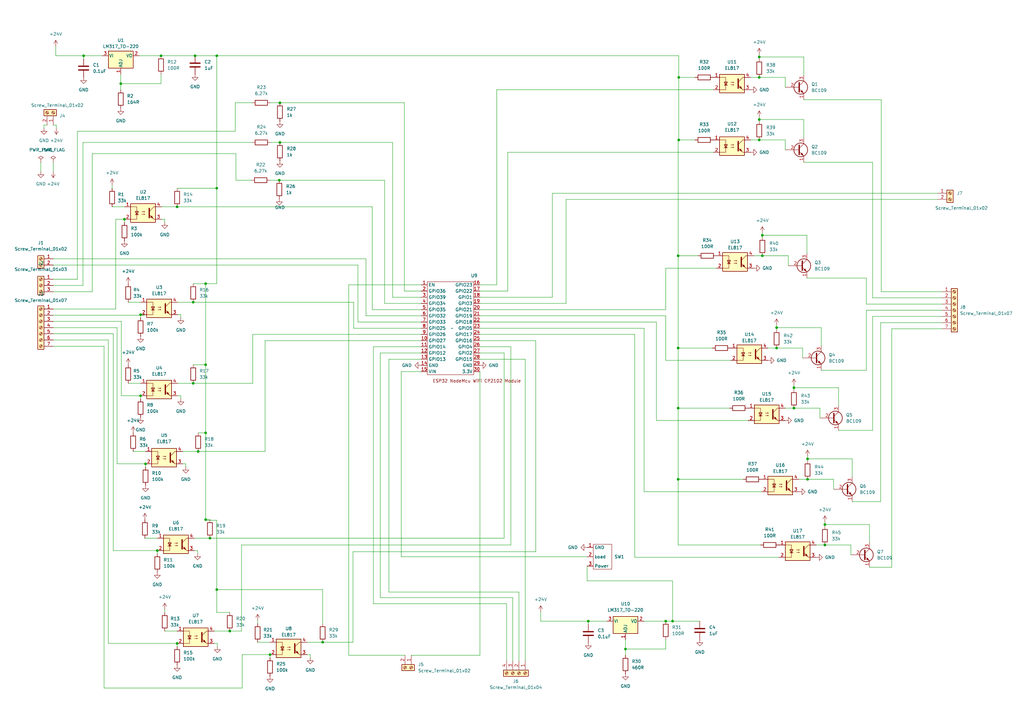
<source format=kicad_sch>
(kicad_sch (version 20231120) (generator "eeschema") (generator_version "8.0")
  (paper "A3")
  (title_block (title "MODULAR OPEN HARDWARE EDUCATIONAL CONTROLLER") (date "2023-06-28") (rev "V01") (company "Nova School Of Science and Technology") (comment 4 "Author: João Potier"))
  (junction (at 338.328 223.52))
  (junction (at 256.54 266.192))
  (junction (at 57.658 129.032))
  (junction (at 84.328 213.106))
  (junction (at 110.744 268.478))
  (junction (at 278.13 104.902))
  (junction (at 79.248 157.226))
  (junction (at 59.69 190.246))
  (junction (at 49.53 34.29))
  (junction (at 312.674 96.52))
  (junction (at 94.234 258.826))
  (junction (at 51.054 89.916))
  (junction (at 338.328 215.138))
  (junction (at 80.01 22.86))
  (junction (at 84.328 116.332))
  (junction (at 88.9 22.86))
  (junction (at 311.404 49.022))
  (junction (at 114.808 58.42))
  (junction (at 132.334 263.398))
  (junction (at 273.05 254.762))
  (junction (at 278.13 167.386))
  (junction (at 79.248 123.952))
  (junction (at 241.3 254.762))
  (junction (at 84.328 149.606))
  (junction (at 114.808 42.164))
  (junction (at 311.404 23.368))
  (junction (at 331.216 188.214))
  (junction (at 72.644 263.906))
  (junction (at 325.628 167.386))
  (junction (at 84.328 177.546))
  (junction (at 275.844 254.762))
  (junction (at 72.644 84.836))
  (junction (at 57.658 162.306))
  (junction (at 86.106 220.726))
  (junction (at 114.554 73.914))
  (junction (at 88.9 241.808))
  (junction (at 318.516 134.366))
  (junction (at 331.216 196.596))
  (junction (at 278.13 142.748))
  (junction (at 88.9 77.216))
  (junction (at 64.516 225.806))
  (junction (at 66.04 22.86))
  (junction (at 34.29 22.86))
  (junction (at 278.13 196.596))
  (junction (at 311.404 31.75))
  (junction (at 278.384 31.75))
  (junction (at 311.404 57.404))
  (junction (at 81.28 185.166))
  (junction (at 312.674 104.902))
  (junction (at 318.516 142.748))
  (junction (at 278.384 57.404))
  (junction (at 325.628 159.004))
  (wire (pts (xy 196.85 147.32) (xy 215.392 147.32)))
  (wire (pts (xy 143.002 116.84) (xy 172.72 116.84)))
  (wire (pts (xy 196.85 119.38) (xy 208.28 119.38)))
  (wire (pts (xy 72.898 129.032) (xy 74.168 129.032)))
  (wire (pts (xy 273.05 109.982) (xy 293.878 109.982)))
  (wire (pts (xy 153.162 142.24) (xy 153.162 247.65)))
  (wire (pts (xy 81.28 177.546) (xy 84.328 177.546)))
  (wire (pts (xy 361.442 119.634) (xy 386.334 119.634)))
  (wire (pts (xy 84.328 213.36) (xy 88.9 213.36)))
  (wire (pts (xy 264.16 134.62) (xy 196.85 134.62)))
  (wire (pts (xy 152.654 127) (xy 172.72 127)))
  (wire (pts (xy 108.712 139.7) (xy 108.712 185.166)))
  (wire (pts (xy 278.13 167.386) (xy 299.212 167.386)))
  (wire (pts (xy 72.644 265.176) (xy 72.644 263.906)))
  (wire (pts (xy 275.844 238.252) (xy 275.844 254.762)))
  (wire (pts (xy 203.708 36.83) (xy 292.608 36.83)))
  (wire (pts (xy 161.036 121.92) (xy 172.72 121.92)))
  (wire (pts (xy 348.996 223.52) (xy 348.996 227.584)))
  (wire (pts (xy 51.054 91.186) (xy 51.054 89.916)))
  (wire (pts (xy 21.844 51.308) (xy 23.114 51.308)))
  (wire (pts (xy 99.314 268.478) (xy 110.744 268.478)))
  (wire (pts (xy 21.844 126.746) (xy 47.498 126.746)))
  (wire (pts (xy 21.844 119.634) (xy 37.846 119.634)))
  (wire (pts (xy 67.564 89.916) (xy 67.564 91.186)))
  (wire (pts (xy 329.692 23.368) (xy 329.692 30.734)))
  (wire (pts (xy 307.848 31.75) (xy 311.404 31.75)))
  (wire (pts (xy 336.804 134.366) (xy 336.804 141.732)))
  (wire (pts (xy 338.328 215.138) (xy 338.328 215.9)))
  (wire (pts (xy 21.844 134.366) (xy 48.006 134.366)))
  (wire (pts (xy 325.628 159.004) (xy 343.916 159.004)))
  (wire (pts (xy 215.392 147.32) (xy 215.392 271.018)))
  (wire (pts (xy 145.034 123.952) (xy 145.034 134.62)))
  (wire (pts (xy 278.13 142.748) (xy 292.1 142.748)))
  (wire (pts (xy 52.578 157.226) (xy 57.658 157.226)))
  (wire (pts (xy 99.06 223.52) (xy 209.55 223.52)))
  (wire (pts (xy 86.106 220.726) (xy 206.756 220.726)))
  (wire (pts (xy 334.772 223.52) (xy 338.328 223.52)))
  (wire (pts (xy 311.404 49.022) (xy 329.692 49.022)))
  (wire (pts (xy 110.744 73.914) (xy 114.554 73.914)))
  (wire (pts (xy 307.848 57.404) (xy 311.404 57.404)))
  (wire (pts (xy 341.884 196.596) (xy 341.884 200.66)))
  (wire (pts (xy 21.844 131.826) (xy 49.784 131.826)))
  (wire (pts (xy 87.884 263.906) (xy 89.154 263.906)))
  (wire (pts (xy 278.13 223.52) (xy 278.13 196.596)))
  (wire (pts (xy 18.034 51.308) (xy 19.304 51.308)))
  (wire (pts (xy 312.674 104.902) (xy 323.342 104.902)))
  (wire (pts (xy 318.516 134.366) (xy 336.804 134.366)))
  (wire (pts (xy 155.956 245.11) (xy 210.312 245.11)))
  (wire (pts (xy 110.744 269.748) (xy 110.744 268.478)))
  (wire (pts (xy 72.898 157.226) (xy 79.248 157.226)))
  (wire (pts (xy 21.844 106.172) (xy 150.114 106.172)))
  (wire (pts (xy 240.792 228.346) (xy 164.592 228.346)))
  (wire (pts (xy 343.916 159.004) (xy 343.916 166.37)))
  (wire (pts (xy 23.114 51.308) (xy 23.114 52.578)))
  (wire (pts (xy 322.072 57.404) (xy 322.072 61.468)))
  (wire (pts (xy 88.9 241.808) (xy 132.334 241.808)))
  (wire (pts (xy 99.06 258.826) (xy 99.06 223.52)))
  (wire (pts (xy 18.034 52.578) (xy 18.034 51.308)))
  (wire (pts (xy 105.664 263.398) (xy 110.744 263.398)))
  (wire (pts (xy 31.75 53.848) (xy 96.52 53.848)))
  (wire (pts (xy 84.328 116.332) (xy 84.328 149.606)))
  (wire (pts (xy 88.9 22.86) (xy 88.9 77.216)))
  (wire (pts (xy 219.71 139.7) (xy 196.85 139.7)))
  (wire (pts (xy 125.984 268.478) (xy 127.254 268.478)))
  (wire (pts (xy 96.52 42.164) (xy 103.378 42.164)))
  (wire (pts (xy 88.9 213.36) (xy 88.9 241.808)))
  (wire (pts (xy 165.862 42.164) (xy 165.862 119.38)))
  (wire (pts (xy 196.85 132.08) (xy 269.24 132.08)))
  (wire (pts (xy 67.564 258.826) (xy 72.644 258.826)))
  (wire (pts (xy 278.13 57.404) (xy 278.13 104.902)))
  (wire (pts (xy 59.69 190.246) (xy 59.69 191.516)))
  (wire (pts (xy 54.61 185.166) (xy 59.69 185.166)))
  (wire (pts (xy 349.504 188.214) (xy 349.504 195.58)))
  (wire (pts (xy 206.756 220.726) (xy 206.756 144.78)))
  (wire (pts (xy 273.05 262.382) (xy 273.05 266.192)))
  (wire (pts (xy 84.328 177.546) (xy 84.328 213.106)))
  (wire (pts (xy 114.554 73.914) (xy 157.734 73.914)))
  (wire (pts (xy 143.002 268.732) (xy 166.116 268.732)))
  (wire (pts (xy 59.182 129.032) (xy 59.182 129.286)))
  (wire (pts (xy 240.792 238.252) (xy 240.792 232.156)))
  (wire (pts (xy 153.162 247.65) (xy 207.772 247.65)))
  (wire (pts (xy 264.16 254.762) (xy 273.05 254.762)))
  (wire (pts (xy 275.844 238.252) (xy 240.792 238.252)))
  (wire (pts (xy 48.006 190.246) (xy 59.69 190.246)))
  (wire (pts (xy 49.53 34.29) (xy 49.53 30.48)))
  (wire (pts (xy 145.034 134.62) (xy 172.72 134.62)))
  (wire (pts (xy 114.808 42.164) (xy 165.862 42.164)))
  (wire (pts (xy 74.168 162.306) (xy 74.168 163.576)))
  (wire (pts (xy 336.804 151.892) (xy 355.346 151.892)))
  (wire (pts (xy 330.962 114.046) (xy 355.346 114.046)))
  (wire (pts (xy 21.844 139.446) (xy 44.45 139.446)))
  (wire (pts (xy 269.24 132.08) (xy 269.24 172.466)))
  (wire (pts (xy 384.556 81.788) (xy 232.156 81.788)))
  (wire (pts (xy 311.404 48.006) (xy 311.404 49.022)))
  (wire (pts (xy 37.846 119.634) (xy 37.846 62.992)))
  (wire (pts (xy 76.2 190.246) (xy 76.2 191.516)))
  (wire (pts (xy 103.632 137.16) (xy 103.632 157.226)))
  (wire (pts (xy 143.002 268.732) (xy 143.002 116.84)))
  (wire (pts (xy 278.13 104.902) (xy 286.258 104.902)))
  (wire (pts (xy 260.35 137.16) (xy 260.35 228.6)))
  (wire (pts (xy 210.312 245.11) (xy 210.312 271.018)))
  (wire (pts (xy 338.328 214.122) (xy 338.328 215.138)))
  (wire (pts (xy 273.05 147.828) (xy 273.05 129.54)))
  (wire (pts (xy 42.672 282.194) (xy 99.314 282.194)))
  (wire (pts (xy 196.85 127) (xy 273.05 127)))
  (wire (pts (xy 172.72 144.78) (xy 155.956 144.78)))
  (wire (pts (xy 81.026 225.806) (xy 81.026 227.076)))
  (wire (pts (xy 34.036 117.094) (xy 21.844 117.094)))
  (wire (pts (xy 79.756 225.806) (xy 81.026 225.806)))
  (wire (pts (xy 212.852 242.824) (xy 159.512 242.824)))
  (wire (pts (xy 248.92 254.762) (xy 241.3 254.762)))
  (wire (pts (xy 365.76 232.664) (xy 365.76 134.874)))
  (wire (pts (xy 150.114 129.54) (xy 150.114 106.172)))
  (wire (pts (xy 256.54 266.192) (xy 256.54 262.382)))
  (wire (pts (xy 88.9 77.216) (xy 88.9 116.332)))
  (wire (pts (xy 196.85 137.16) (xy 260.35 137.16)))
  (wire (pts (xy 325.628 157.988) (xy 325.628 159.004)))
  (wire (pts (xy 318.516 134.366) (xy 318.516 135.128)))
  (wire (pts (xy 273.05 147.828) (xy 299.72 147.828)))
  (wire (pts (xy 84.328 213.106) (xy 84.328 213.36)))
  (wire (pts (xy 264.16 201.676) (xy 312.42 201.676)))
  (wire (pts (xy 57.15 22.86) (xy 66.04 22.86)))
  (wire (pts (xy 278.13 167.386) (xy 278.13 196.596)))
  (wire (pts (xy 94.234 258.826) (xy 99.06 258.826)))
  (wire (pts (xy 155.956 144.78) (xy 155.956 245.11)))
  (wire (pts (xy 46.482 225.806) (xy 64.516 225.806)))
  (wire (pts (xy 81.28 185.166) (xy 108.712 185.166)))
  (wire (pts (xy 325.628 167.386) (xy 336.296 167.386)))
  (wire (pts (xy 207.772 247.65) (xy 207.772 271.018)))
  (wire (pts (xy 74.93 190.246) (xy 76.2 190.246)))
  (wire (pts (xy 331.216 188.214) (xy 349.504 188.214)))
  (wire (pts (xy 208.28 62.484) (xy 292.608 62.484)))
  (wire (pts (xy 42.672 141.986) (xy 42.672 282.194)))
  (wire (pts (xy 72.644 84.836) (xy 152.654 84.836)))
  (wire (pts (xy 212.852 271.018) (xy 212.852 242.824)))
  (wire (pts (xy 44.45 263.906) (xy 72.644 263.906)))
  (wire (pts (xy 196.85 121.92) (xy 226.568 121.92)))
  (wire (pts (xy 49.784 131.826) (xy 49.784 162.306)))
  (wire (pts (xy 110.998 42.164) (xy 114.808 42.164)))
  (wire (pts (xy 16.764 66.548) (xy 16.764 70.358)))
  (wire (pts (xy 59.436 220.726) (xy 64.516 220.726)))
  (wire (pts (xy 278.13 142.748) (xy 278.13 167.386)))
  (wire (pts (xy 312.674 96.52) (xy 330.962 96.52)))
  (wire (pts (xy 31.75 114.554) (xy 31.75 53.848)))
  (wire (pts (xy 206.756 144.78) (xy 196.85 144.78)))
  (wire (pts (xy 64.516 227.076) (xy 64.516 225.806)))
  (wire (pts (xy 57.658 129.032) (xy 59.182 129.032)))
  (wire (pts (xy 331.216 187.198) (xy 331.216 188.214)))
  (wire (pts (xy 278.13 196.596) (xy 304.8 196.596)))
  (wire (pts (xy 311.404 49.022) (xy 311.404 49.784)))
  (wire (pts (xy 256.54 266.192) (xy 256.54 268.732)))
  (wire (pts (xy 331.216 196.596) (xy 341.884 196.596)))
  (wire (pts (xy 356.616 215.138) (xy 356.616 222.504)))
  (wire (pts (xy 114.808 58.42) (xy 161.036 58.42)))
  (wire (pts (xy 232.156 124.46) (xy 196.85 124.46)))
  (wire (pts (xy 323.342 104.902) (xy 323.342 108.966)))
  (wire (pts (xy 96.52 53.848) (xy 96.52 42.164)))
  (wire (pts (xy 146.812 108.712) (xy 146.812 132.08)))
  (wire (pts (xy 357.886 122.174) (xy 386.334 122.174)))
  (wire (pts (xy 226.568 79.248) (xy 384.556 79.248)))
  (wire (pts (xy 159.512 242.824) (xy 159.512 147.32)))
  (wire (pts (xy 74.93 185.166) (xy 81.28 185.166)))
  (wire (pts (xy 88.9 22.86) (xy 278.384 22.86)))
  (wire (pts (xy 355.346 151.892) (xy 355.346 127.254)))
  (wire (pts (xy 157.734 73.914) (xy 157.734 124.46)))
  (wire (pts (xy 88.9 241.808) (xy 88.9 251.206)))
  (wire (pts (xy 57.658 130.302) (xy 57.658 129.032)))
  (wire (pts (xy 67.564 249.936) (xy 67.564 251.206)))
  (wire (pts (xy 110.998 58.42) (xy 114.808 58.42)))
  (wire (pts (xy 311.912 223.52) (xy 278.13 223.52)))
  (wire (pts (xy 125.984 263.398) (xy 132.334 263.398)))
  (wire (pts (xy 203.708 36.83) (xy 203.708 116.84)))
  (wire (pts (xy 278.384 57.404) (xy 284.988 57.404)))
  (wire (pts (xy 45.974 84.836) (xy 51.054 84.836)))
  (wire (pts (xy 196.85 152.4) (xy 196.85 268.732)))
  (wire (pts (xy 318.516 133.35) (xy 318.516 134.366)))
  (wire (pts (xy 221.742 250.952) (xy 221.742 254.762)))
  (wire (pts (xy 46.482 136.906) (xy 46.482 225.806)))
  (wire (pts (xy 311.404 23.368) (xy 311.404 24.13)))
  (wire (pts (xy 311.404 57.404) (xy 322.072 57.404)))
  (wire (pts (xy 203.708 116.84) (xy 196.85 116.84)))
  (wire (pts (xy 127.254 268.478) (xy 127.254 269.748)))
  (wire (pts (xy 88.9 251.206) (xy 94.234 251.206)))
  (wire (pts (xy 356.616 232.664) (xy 365.76 232.664)))
  (wire (pts (xy 164.592 228.346) (xy 164.592 152.4)))
  (wire (pts (xy 79.756 220.726) (xy 86.106 220.726)))
  (wire (pts (xy 330.962 96.52) (xy 330.962 103.886)))
  (wire (pts (xy 355.346 124.714) (xy 386.334 124.714)))
  (wire (pts (xy 322.072 31.75) (xy 322.072 35.814)))
  (wire (pts (xy 164.592 152.4) (xy 172.72 152.4)))
  (wire (pts (xy 278.13 104.902) (xy 278.13 142.748)))
  (wire (pts (xy 37.846 62.992) (xy 96.774 62.992)))
  (wire (pts (xy 264.16 134.62) (xy 264.16 201.676)))
  (wire (pts (xy 336.296 167.386) (xy 336.296 171.45)))
  (wire (pts (xy 196.85 268.732) (xy 168.656 268.732)))
  (wire (pts (xy 49.784 162.306) (xy 57.658 162.306)))
  (wire (pts (xy 21.844 108.712) (xy 146.812 108.712)))
  (wire (pts (xy 226.568 121.92) (xy 226.568 79.248)))
  (wire (pts (xy 172.72 142.24) (xy 153.162 142.24)))
  (wire (pts (xy 314.96 142.748) (xy 318.516 142.748)))
  (wire (pts (xy 96.774 73.914) (xy 103.124 73.914)))
  (wire (pts (xy 57.658 163.576) (xy 57.658 162.306)))
  (wire (pts (xy 322.072 167.386) (xy 325.628 167.386)))
  (wire (pts (xy 159.512 147.32) (xy 172.72 147.32)))
  (wire (pts (xy 273.05 254.762) (xy 275.844 254.762)))
  (wire (pts (xy 278.384 22.86) (xy 278.384 31.75)))
  (wire (pts (xy 21.844 141.986) (xy 42.672 141.986)))
  (wire (pts (xy 144.78 226.314) (xy 219.71 226.314)))
  (wire (pts (xy 269.24 172.466) (xy 306.832 172.466)))
  (wire (pts (xy 312.674 96.52) (xy 312.674 97.282)))
  (wire (pts (xy 45.974 75.946) (xy 45.974 77.216)))
  (wire (pts (xy 52.578 123.952) (xy 57.658 123.952)))
  (wire (pts (xy 273.05 129.54) (xy 196.85 129.54)))
  (wire (pts (xy 74.168 129.032) (xy 74.168 130.302)))
  (wire (pts (xy 99.314 282.194) (xy 99.314 268.478)))
  (wire (pts (xy 21.844 136.906) (xy 46.482 136.906)))
  (wire (pts (xy 273.05 266.192) (xy 256.54 266.192)))
  (wire (pts (xy 361.188 132.334) (xy 386.334 132.334)))
  (wire (pts (xy 196.85 142.24) (xy 209.55 142.24)))
  (wire (pts (xy 41.91 22.86) (xy 34.29 22.86)))
  (wire (pts (xy 309.118 104.902) (xy 312.674 104.902)))
  (wire (pts (xy 357.886 176.53) (xy 343.916 176.53)))
  (wire (pts (xy 66.294 84.836) (xy 72.644 84.836)))
  (wire (pts (xy 103.632 137.16) (xy 172.72 137.16)))
  (wire (pts (xy 48.006 134.366) (xy 48.006 190.246)))
  (wire (pts (xy 34.29 22.86) (xy 34.29 24.13)))
  (wire (pts (xy 349.504 205.74) (xy 361.188 205.74)))
  (wire (pts (xy 327.66 196.596) (xy 331.216 196.596)))
  (wire (pts (xy 66.04 34.29) (xy 49.53 34.29)))
  (wire (pts (xy 161.036 58.42) (xy 161.036 121.92)))
  (wire (pts (xy 79.248 157.226) (xy 103.632 157.226)))
  (wire (pts (xy 357.886 66.548) (xy 357.886 122.174)))
  (wire (pts (xy 152.654 84.836) (xy 152.654 127)))
  (wire (pts (xy 22.86 19.05) (xy 22.86 22.86)))
  (wire (pts (xy 338.328 223.52) (xy 348.996 223.52)))
  (wire (pts (xy 157.734 124.46) (xy 172.72 124.46)))
  (wire (pts (xy 132.334 241.808) (xy 132.334 255.778)))
  (wire (pts (xy 260.35 228.6) (xy 319.532 228.6)))
  (wire (pts (xy 59.182 129.286) (xy 21.844 129.286)))
  (wire (pts (xy 365.76 134.874) (xy 386.334 134.874)))
  (wire (pts (xy 105.664 254.508) (xy 105.664 255.778)))
  (wire (pts (xy 278.384 31.75) (xy 284.988 31.75)))
  (wire (pts (xy 132.334 263.398) (xy 144.78 263.398)))
  (wire (pts (xy 79.248 123.952) (xy 145.034 123.952)))
  (wire (pts (xy 44.45 263.906) (xy 44.45 139.446)))
  (wire (pts (xy 96.774 62.992) (xy 96.774 73.914)))
  (wire (pts (xy 273.05 127) (xy 273.05 109.982)))
  (wire (pts (xy 241.3 254.762) (xy 241.3 256.032)))
  (wire (pts (xy 84.328 149.606) (xy 84.328 177.546)))
  (wire (pts (xy 21.844 66.548) (xy 21.844 70.358)))
  (wire (pts (xy 318.516 142.748) (xy 329.184 142.748)))
  (wire (pts (xy 355.346 114.046) (xy 355.346 124.714)))
  (wire (pts (xy 89.154 263.906) (xy 89.154 265.176)))
  (wire (pts (xy 208.28 119.38) (xy 208.28 62.484)))
  (wire (pts (xy 66.04 30.48) (xy 66.04 34.29)))
  (wire (pts (xy 79.248 116.332) (xy 84.328 116.332)))
  (wire (pts (xy 86.106 213.106) (xy 84.328 213.106)))
  (wire (pts (xy 22.86 22.86) (xy 34.29 22.86)))
  (wire (pts (xy 144.78 263.398) (xy 144.78 226.314)))
  (wire (pts (xy 338.328 215.138) (xy 356.616 215.138)))
  (wire (pts (xy 219.71 226.314) (xy 219.71 139.7)))
  (wire (pts (xy 165.862 119.38) (xy 172.72 119.38)))
  (wire (pts (xy 311.404 31.75) (xy 322.072 31.75)))
  (wire (pts (xy 361.442 40.894) (xy 361.442 119.634)))
  (wire (pts (xy 221.742 254.762) (xy 241.3 254.762)))
  (wire (pts (xy 66.294 89.916) (xy 67.564 89.916)))
  (wire (pts (xy 47.498 89.916) (xy 47.498 126.746)))
  (wire (pts (xy 357.886 129.794) (xy 357.886 176.53)))
  (wire (pts (xy 355.346 127.254) (xy 386.334 127.254)))
  (wire (pts (xy 72.898 123.952) (xy 79.248 123.952)))
  (wire (pts (xy 329.692 49.022) (xy 329.692 56.388)))
  (wire (pts (xy 331.216 188.214) (xy 331.216 188.976)))
  (wire (pts (xy 325.628 159.004) (xy 325.628 159.766)))
  (wire (pts (xy 34.036 58.42) (xy 34.036 117.094)))
  (wire (pts (xy 49.53 34.29) (xy 49.53 36.83)))
  (wire (pts (xy 357.886 129.794) (xy 386.334 129.794)))
  (wire (pts (xy 108.712 139.7) (xy 172.72 139.7)))
  (wire (pts (xy 72.898 162.306) (xy 74.168 162.306)))
  (wire (pts (xy 146.812 132.08) (xy 172.72 132.08)))
  (wire (pts (xy 311.404 23.368) (xy 329.692 23.368)))
  (wire (pts (xy 278.13 57.404) (xy 278.384 57.404)))
  (wire (pts (xy 103.378 58.42) (xy 34.036 58.42)))
  (wire (pts (xy 278.384 31.75) (xy 278.384 57.404)))
  (wire (pts (xy 150.114 129.54) (xy 172.72 129.54)))
  (wire (pts (xy 47.498 89.916) (xy 51.054 89.916)))
  (wire (pts (xy 329.692 40.894) (xy 361.442 40.894)))
  (wire (pts (xy 311.404 22.352) (xy 311.404 23.368)))
  (wire (pts (xy 312.674 95.504) (xy 312.674 96.52)))
  (wire (pts (xy 329.692 66.548) (xy 357.886 66.548)))
  (wire (pts (xy 66.04 22.86) (xy 80.01 22.86)))
  (wire (pts (xy 87.884 258.826) (xy 94.234 258.826)))
  (wire (pts (xy 275.844 254.762) (xy 287.02 254.762)))
  (wire (pts (xy 88.9 22.86) (xy 80.01 22.86)))
  (wire (pts (xy 72.644 77.216) (xy 88.9 77.216)))
  (wire (pts (xy 21.844 114.554) (xy 31.75 114.554)))
  (wire (pts (xy 329.184 142.748) (xy 329.184 146.812)))
  (wire (pts (xy 232.156 81.788) (xy 232.156 124.46)))
  (wire (pts (xy 79.248 149.606) (xy 84.328 149.606)))
  (wire (pts (xy 84.328 116.332) (xy 88.9 116.332)))
  (wire (pts (xy 361.188 205.74) (xy 361.188 132.334)))
  (wire (pts (xy 209.55 142.24) (xy 209.55 223.52)))
  (symbol (lib_id "power:GND") (at 256.54 276.352 0) (unit 1)
    (property "Reference" "#PWR037" (effects (hide yes)))
    (property "Value" "GND" (at 256.54 281.432 0))
  )
  (symbol (lib_id "Device:R") (at 114.808 45.974 180) (unit 1)
    (property "Reference" "R27" (at 117.5521 44.704 0) (effects (justify right)))
    (property "Value" "1k" (at 117.5521 47.244 0) (effects (justify right)))
    (property "Footprint" "Resistor_THT:R_Axial_DIN0207_L6.3mm_D2.5mm_P10.16mm_Horizontal" (effects (hide yes)))
  )
  (symbol (lib_id "Device:R") (at 315.722 223.52 90) (unit 1)
    (property "Reference" "R41" (at 315.722 217.17 90))
    (property "Value" "100R" (at 315.722 219.71 90))
    (property "Footprint" "Resistor_THT:R_Axial_DIN0207_L6.3mm_D2.5mm_P10.16mm_Horizontal" (effects (hide yes)))
  )
  (symbol (lib_id "power:GND") (at 322.072 172.466 90) (unit 1)
    (property "Reference" "#PWR047" (effects (hide yes)))
    (property "Value" "GND" (at 325.628 172.466 90) (effects (justify right)))
  )
  (symbol (lib_id "Device:R") (at 132.334 259.588 0) (unit 1)
    (property "Reference" "R29" (at 134.874 258.318 0) (effects (justify left)))
    (property "Value" "33k" (at 134.874 260.858 0) (effects (justify left)))
    (property "Footprint" "Resistor_THT:R_Axial_DIN0207_L6.3mm_D2.5mm_P10.16mm_Horizontal" (effects (hide yes)))
  )
  (symbol (lib_id "Device:R") (at 57.658 167.386 0) (unit 1)
    (property "Reference" "R8" (at 60.198 166.116 0) (effects (justify left)))
    (property "Value" "100k" (at 60.198 168.656 0) (effects (justify left)))
    (property "Footprint" "Resistor_THT:R_Axial_DIN0207_L6.3mm_D2.5mm_P10.16mm_Horizontal" (effects (hide yes)))
  )
  (symbol (lib_id "Device:R") (at 295.91 142.748 90) (unit 1)
    (property "Reference" "R35" (at 295.91 136.398 90))
    (property "Value" "100R" (at 295.91 138.938 90))
    (property "Footprint" "Resistor_THT:R_Axial_DIN0207_L6.3mm_D2.5mm_P10.16mm_Horizontal" (effects (hide yes)))
  )
  (symbol (lib_id "Device:R") (at 67.564 255.016 0) (unit 1)
    (property "Reference" "R13" (at 69.85 253.7459 0) (effects (justify left)))
    (property "Value" "33k" (at 69.85 256.2859 0) (effects (justify left)))
    (property "Footprint" "Resistor_THT:R_Axial_DIN0207_L6.3mm_D2.5mm_P10.16mm_Horizontal" (effects (hide yes)))
  )
  (symbol (lib_id "Device:R") (at 49.53 40.64 0) (unit 1)
    (property "Reference" "R2" (at 52.07 39.37 0) (effects (justify left)))
    (property "Value" "164R" (at 52.07 41.91 0) (effects (justify left)))
    (property "Footprint" "Resistor_THT:R_Axial_DIN0207_L6.3mm_D2.5mm_P10.16mm_Horizontal" (effects (hide yes)))
  )
  (symbol (lib_id "power:GND") (at 59.69 199.136 0) (unit 1)
    (property "Reference" "#PWR016" (effects (hide yes)))
    (property "Value" "GND" (at 59.69 204.216 0))
  )
  (symbol (lib_id "power:+24V") (at 23.114 52.578 180) (unit 1)
    (property "Reference" "#PWR05" (effects (hide yes)))
    (property "Value" "+24V" (at 23.114 57.658 0))
  )
  (symbol (lib_id "power:GND") (at 241.3 263.652 0) (unit 1)
    (property "Reference" "#PWR036" (effects (hide yes)))
    (property "Value" "GND" (at 241.3 268.732 0))
  )
  (symbol (lib_id "Device:R") (at 72.644 81.026 0) (unit 1)
    (property "Reference" "R14" (at 75.184 79.756 0) (effects (justify left)))
    (property "Value" "33k" (at 75.184 82.296 0) (effects (justify left)))
    (property "Footprint" "Resistor_THT:R_Axial_DIN0207_L6.3mm_D2.5mm_P10.16mm_Horizontal" (effects (hide yes)))
  )
  (symbol (lib_id "Isolator:EL817") (at 300.228 34.29 0) (unit 1)
    (property "Reference" "U11" (at 300.228 25.4 0))
    (property "Value" "EL817" (at 300.228 27.94 0))
    (property "Footprint" "Package_DIP:DIP-4_W7.62mm" (effects (hide yes)))
    (property "Datasheet" "http://www.everlight.com/file/ProductFile/EL817.pdf" (effects (hide yes)))
  )
  (symbol (lib_id "power:GND") (at 81.026 227.076 0) (unit 1)
    (property "Reference" "#PWR025" (effects (hide yes)))
    (property "Value" "GND" (at 81.026 232.156 0))
  )
  (symbol (lib_id "power:GND") (at 127.254 269.748 0) (unit 1)
    (property "Reference" "#PWR032" (effects (hide yes)))
    (property "Value" "GND" (at 127.254 274.828 0))
  )
  (symbol (lib_id "Device:R") (at 51.054 94.996 0) (unit 1)
    (property "Reference" "R3" (at 53.594 93.726 0) (effects (justify left)))
    (property "Value" "100k" (at 53.594 96.266 0) (effects (justify left)))
    (property "Footprint" "Resistor_THT:R_Axial_DIN0207_L6.3mm_D2.5mm_P10.16mm_Horizontal" (effects (hide yes)))
  )
  (symbol (lib_id "power:GND") (at 309.118 109.982 90) (unit 1)
    (property "Reference" "#PWR041" (effects (hide yes)))
    (property "Value" "GND" (at 312.674 109.982 90) (effects (justify right)))
  )
  (symbol (lib_id "Device:R") (at 79.248 153.416 0) (unit 1)
    (property "Reference" "R17" (at 81.788 152.146 0) (effects (justify left)))
    (property "Value" "33k" (at 81.788 154.686 0) (effects (justify left)))
    (property "Footprint" "Resistor_THT:R_Axial_DIN0207_L6.3mm_D2.5mm_P10.16mm_Horizontal" (effects (hide yes)))
  )
  (symbol (lib_id "power:PWR_FLAG") (at 21.844 66.548 0) (unit 1)
    (property "Reference" "#FLG02" (effects (hide yes)))
    (property "Value" "PWR_FLAG" (at 21.844 61.468 0))
  )
  (symbol (lib_id "Device:R") (at 45.974 81.026 0) (unit 1)
    (property "Reference" "R1" (at 48.26 79.7559 0) (effects (justify left)))
    (property "Value" "33k" (at 48.26 82.2959 0) (effects (justify left)))
    (property "Footprint" "Resistor_THT:R_Axial_DIN0207_L6.3mm_D2.5mm_P10.16mm_Horizontal" (effects (hide yes)))
  )
  (symbol (lib_id "Isolator:EL817") (at 65.278 159.766 0) (unit 1)
    (property "Reference" "U4" (at 65.278 150.876 0))
    (property "Value" "EL817" (at 65.278 153.416 0))
    (property "Footprint" "Package_DIP:DIP-4_W7.62mm" (effects (hide yes)))
    (property "Datasheet" "http://www.everlight.com/file/ProductFile/EL817.pdf" (effects (hide yes)))
  )
  (symbol (lib_id "Transistor_BJT:BC109") (at 341.376 171.45 0) (unit 1)
    (property "Reference" "Q5" (at 346.964 170.18 0) (effects (justify left)))
    (property "Value" "BC109" (at 346.964 172.72 0) (effects (justify left)))
    (property "Footprint" "Package_TO_SOT_THT:TO-18-3" (effects (hide yes)))
    (property "Datasheet" "http://www.farnell.com/datasheets/296634.pdf" (effects (hide yes)))
  )
  (symbol (lib_id "Device:R") (at 312.674 101.092 180) (unit 1)
    (property "Reference" "R40" (at 315.468 99.822 0) (effects (justify right)))
    (property "Value" "33k" (at 315.468 102.362 0) (effects (justify right)))
    (property "Footprint" "Resistor_THT:R_Axial_DIN0207_L6.3mm_D2.5mm_P10.16mm_Horizontal" (effects (hide yes)))
  )
  (symbol (lib_id "power:+24V") (at 331.216 187.198 0) (unit 1)
    (property "Reference" "#PWR050" (effects (hide yes)))
    (property "Value" "+24V" (at 331.216 182.118 0))
  )
  (symbol (lib_id "Device:C") (at 287.02 258.572 0) (unit 1)
    (property "Reference" "C4" (at 290.83 257.302 0) (effects (justify left)))
    (property "Value" "1uF" (at 290.83 259.842 0) (effects (justify left)))
    (property "Footprint" "Capacitor_THT:CP_Radial_D5.0mm_P2.00mm" (effects (hide yes)))
  )
  (symbol (lib_id "Device:R") (at 288.798 57.404 90) (unit 1)
    (property "Reference" "R33" (at 288.798 51.054 90))
    (property "Value" "100R" (at 288.798 53.594 90))
    (property "Footprint" "Resistor_THT:R_Axial_DIN0207_L6.3mm_D2.5mm_P10.16mm_Horizontal" (effects (hide yes)))
  )
  (symbol (lib_id "power:+24V") (at 312.674 95.504 0) (unit 1)
    (property "Reference" "#PWR044" (effects (hide yes)))
    (property "Value" "+24V" (at 312.674 90.424 0))
  )
  (symbol (lib_id "Device:C") (at 241.3 259.842 0) (unit 1)
    (property "Reference" "C3" (at 245.11 258.572 0) (effects (justify left)))
    (property "Value" "0.1uF" (at 245.11 261.112 0) (effects (justify left)))
    (property "Footprint" "Capacitor_THT:CP_Radial_D5.0mm_P2.00mm" (effects (hide yes)))
  )
  (symbol (lib_id "New_Library:ESP32") (at 185.42 134.62 0) (unit 1)
    (property "Reference" "U9" (at 194.4817 113.03 0))
    (property "Value" "~" (at 185.42 134.62 0))
    (property "Footprint" "ESP32:ESP32-JOYIT" (effects (hide yes)))
  )
  (symbol (lib_id "Isolator:EL817") (at 307.34 145.288 0) (unit 1)
    (property "Reference" "U14" (at 307.34 137.16 0))
    (property "Value" "EL817" (at 307.34 139.7 0))
    (property "Footprint" "Package_DIP:DIP-4_W7.62mm" (effects (hide yes)))
    (property "Datasheet" "http://www.everlight.com/file/ProductFile/EL817.pdf" (effects (hide yes)))
  )
  (symbol (lib_id "Device:R") (at 107.188 42.164 90) (unit 1)
    (property "Reference" "R23" (at 107.188 35.814 90))
    (property "Value" "6,27k" (at 107.188 38.354 90))
    (property "Footprint" "Resistor_THT:R_Axial_DIN0207_L6.3mm_D2.5mm_P10.16mm_Horizontal" (effects (hide yes)))
  )
  (symbol (lib_id "Connector:Screw_Terminal_01x02") (at 389.636 79.248 0) (unit 1)
    (property "Reference" "J7" (at 392.43 79.248 0) (effects (justify left)))
    (property "Value" "Screw_Terminal_01x02" (at 383.54 85.344 0) (effects (justify left)))
    (property "Footprint" "TerminalBlock_Phoenix:TerminalBlock_Phoenix_MPT-0,5-2-2.54_1x02_P2.54mm_Horizontal" (effects (hide yes)))
  )
  (symbol (lib_id "Isolator:EL817") (at 118.364 265.938 0) (unit 1)
    (property "Reference" "U8" (at 118.364 257.81 0))
    (property "Value" "EL817" (at 118.364 260.35 0))
    (property "Footprint" "Package_DIP:DIP-4_W7.62mm" (effects (hide yes)))
    (property "Datasheet" "http://www.everlight.com/file/ProductFile/EL817.pdf" (effects (hide yes)))
  )
  (symbol (lib_id "power:GND") (at 57.658 171.196 0) (unit 1)
    (property "Reference" "#PWR014" (effects (hide yes)))
    (property "Value" "GND" (at 57.658 176.276 0))
  )
  (symbol (lib_id "Device:R") (at 54.61 181.356 0) (unit 1)
    (property "Reference" "R6" (at 57.15 180.0859 0) (effects (justify left)))
    (property "Value" "33k" (at 57.15 182.6259 0) (effects (justify left)))
    (property "Footprint" "Resistor_THT:R_Axial_DIN0207_L6.3mm_D2.5mm_P10.16mm_Horizontal" (effects (hide yes)))
  )
  (symbol (lib_id "power:GND") (at 114.554 81.534 0) (unit 1)
    (property "Reference" "#PWR029" (effects (hide yes)))
    (property "Value" "GND" (at 114.808 85.09 0))
  )
  (symbol (lib_id "power:GND") (at 64.516 234.696 0) (unit 1)
    (property "Reference" "#PWR017" (effects (hide yes)))
    (property "Value" "GND" (at 64.516 239.776 0))
  )
  (symbol (lib_id "Device:R") (at 114.554 77.724 180) (unit 1)
    (property "Reference" "R26" (at 117.2981 76.454 0) (effects (justify right)))
    (property "Value" "1k" (at 117.2981 78.994 0) (effects (justify right)))
    (property "Footprint" "Resistor_THT:R_Axial_DIN0207_L6.3mm_D2.5mm_P10.16mm_Horizontal" (effects (hide yes)))
  )
  (symbol (lib_id "Device:R") (at 311.404 27.94 180) (unit 1)
    (property "Reference" "R38" (at 314.198 26.67 0) (effects (justify right)))
    (property "Value" "33k" (at 314.198 29.21 0) (effects (justify right)))
    (property "Footprint" "Resistor_THT:R_Axial_DIN0207_L6.3mm_D2.5mm_P10.16mm_Horizontal" (effects (hide yes)))
  )
  (symbol (lib_id "Connector:Screw_Terminal_01x07") (at 16.764 134.366 0) (mirror y) (unit 1)
    (property "Reference" "J3" (at 16.764 120.65 0))
    (property "Value" "Screw_Terminal_01x07" (at 16.764 123.19 0))
    (property "Footprint" "TerminalBlock_Phoenix:TerminalBlock_Phoenix_MPT-0,5-7-2.54_1x07_P2.54mm_Horizontal" (effects (hide yes)))
  )
  (symbol (lib_id "Transistor_BJT:BC109") (at 346.964 200.66 0) (unit 1)
    (property "Reference" "Q6" (at 352.552 199.39 0) (effects (justify left)))
    (property "Value" "BC109" (at 352.552 201.93 0) (effects (justify left)))
    (property "Footprint" "Package_TO_SOT_THT:TO-18-3" (effects (hide yes)))
    (property "Datasheet" "http://www.farnell.com/datasheets/296634.pdf" (effects (hide yes)))
  )
  (symbol (lib_id "Device:R") (at 52.578 153.416 0) (unit 1)
    (property "Reference" "R5" (at 54.61 152.1459 0) (effects (justify left)))
    (property "Value" "33k" (at 54.61 154.6859 0) (effects (justify left)))
    (property "Footprint" "Resistor_THT:R_Axial_DIN0207_L6.3mm_D2.5mm_P10.16mm_Horizontal" (effects (hide yes)))
  )
  (symbol (lib_id "Isolator:EL817") (at 314.452 169.926 0) (unit 1)
    (property "Reference" "U15" (at 314.452 161.544 0))
    (property "Value" "EL817" (at 314.452 164.084 0))
    (property "Footprint" "Package_DIP:DIP-4_W7.62mm" (effects (hide yes)))
    (property "Datasheet" "http://www.everlight.com/file/ProductFile/EL817.pdf" (effects (hide yes)))
  )
  (symbol (lib_id "Transistor_BJT:BC109") (at 327.152 61.468 0) (unit 1)
    (property "Reference" "Q2" (at 332.74 60.198 0) (effects (justify left)))
    (property "Value" "BC109" (at 332.74 62.738 0) (effects (justify left)))
    (property "Footprint" "Package_TO_SOT_THT:TO-18-3" (effects (hide yes)))
    (property "Datasheet" "http://www.farnell.com/datasheets/296634.pdf" (effects (hide yes)))
  )
  (symbol (lib_id "Device:R") (at 303.022 167.386 90) (unit 1)
    (property "Reference" "R36" (at 303.022 161.036 90))
    (property "Value" "100R" (at 303.022 163.576 90))
    (property "Footprint" "Resistor_THT:R_Axial_DIN0207_L6.3mm_D2.5mm_P10.16mm_Horizontal" (effects (hide yes)))
  )
  (symbol (lib_id "Isolator:EL817") (at 300.228 59.944 0) (unit 1)
    (property "Reference" "U12" (at 300.228 50.8 0))
    (property "Value" "EL817" (at 300.228 53.34 0))
    (property "Footprint" "Package_DIP:DIP-4_W7.62mm" (effects (hide yes)))
    (property "Datasheet" "http://www.everlight.com/file/ProductFile/EL817.pdf" (effects (hide yes)))
  )
  (symbol (lib_id "power:GND") (at 307.848 36.83 90) (unit 1)
    (property "Reference" "#PWR039" (effects (hide yes)))
    (property "Value" "GND" (at 311.404 36.83 90) (effects (justify right)))
  )
  (symbol (lib_id "Device:R") (at 311.404 53.594 180) (unit 1)
    (property "Reference" "R39" (at 314.198 52.324 0) (effects (justify right)))
    (property "Value" "33k" (at 314.198 54.864 0) (effects (justify right)))
    (property "Footprint" "Resistor_THT:R_Axial_DIN0207_L6.3mm_D2.5mm_P10.16mm_Horizontal" (effects (hide yes)))
  )
  (symbol (lib_id "Connector:Screw_Terminal_01x02") (at 16.764 106.172 0) (mirror y) (unit 1)
    (property "Reference" "J1" (at 16.764 99.568 0))
    (property "Value" "Screw_Terminal_01x02" (at 16.764 102.108 0))
    (property "Footprint" "TerminalBlock_Phoenix:TerminalBlock_Phoenix_MPT-0,5-2-2.54_1x02_P2.54mm_Horizontal" (effects (hide yes)))
  )
  (symbol (lib_id "Device:R") (at 59.69 195.326 0) (unit 1)
    (property "Reference" "R10" (at 62.23 194.056 0) (effects (justify left)))
    (property "Value" "100k" (at 62.23 196.596 0) (effects (justify left)))
    (property "Footprint" "Resistor_THT:R_Axial_DIN0207_L6.3mm_D2.5mm_P10.16mm_Horizontal" (effects (hide yes)))
  )
  (symbol (lib_id "power:+24V") (at 54.61 177.546 0) (unit 1)
    (property "Reference" "#PWR012" (effects (hide yes)))
    (property "Value" "+24V" (at 54.61 172.466 0))
  )
  (symbol (lib_id "Isolator:EL817") (at 72.136 223.266 0) (unit 1)
    (property "Reference" "U6" (at 72.136 214.376 0))
    (property "Value" "EL817" (at 72.136 216.916 0))
    (property "Footprint" "Package_DIP:DIP-4_W7.62mm" (effects (hide yes)))
    (property "Datasheet" "http://www.everlight.com/file/ProductFile/EL817.pdf" (effects (hide yes)))
  )
  (symbol (lib_id "Device:R") (at 288.798 31.75 90) (unit 1)
    (property "Reference" "R32" (at 288.798 25.4 90))
    (property "Value" "100R" (at 288.798 27.94 90))
    (property "Footprint" "Resistor_THT:R_Axial_DIN0207_L6.3mm_D2.5mm_P10.16mm_Horizontal" (effects (hide yes)))
  )
  (symbol (lib_id "power:+24V") (at 59.436 213.106 0) (unit 1)
    (property "Reference" "#PWR015" (effects (hide yes)))
    (property "Value" "+24V" (at 59.436 208.026 0))
  )
  (symbol (lib_id "power:+24V") (at 311.404 48.006 0) (unit 1)
    (property "Reference" "#PWR043" (effects (hide yes)))
    (property "Value" "+24V" (at 311.404 42.926 0))
  )
  (symbol (lib_id "power:GND") (at 74.168 130.302 0) (unit 1)
    (property "Reference" "#PWR021" (effects (hide yes)))
    (property "Value" "GND" (at 74.168 135.382 0))
  )
  (symbol (lib_id "power:+24V") (at 105.664 254.508 0) (unit 1)
    (property "Reference" "#PWR027" (effects (hide yes)))
    (property "Value" "+24V" (at 105.664 249.428 0))
  )
  (symbol (lib_id "power:GND") (at 72.644 272.796 0) (unit 1)
    (property "Reference" "#PWR020" (effects (hide yes)))
    (property "Value" "GND" (at 72.644 277.876 0))
  )
  (symbol (lib_id "Device:R") (at 79.248 120.142 0) (unit 1)
    (property "Reference" "R16" (at 81.788 118.872 0) (effects (justify left)))
    (property "Value" "33k" (at 81.788 121.412 0) (effects (justify left)))
    (property "Footprint" "Resistor_THT:R_Axial_DIN0207_L6.3mm_D2.5mm_P10.16mm_Horizontal" (effects (hide yes)))
  )
  (symbol (lib_id "Isolator:EL817") (at 67.31 187.706 0) (unit 1)
    (property "Reference" "U5" (at 67.31 178.562 0))
    (property "Value" "EL817" (at 67.31 181.102 0))
    (property "Footprint" "Package_DIP:DIP-4_W7.62mm" (effects (hide yes)))
    (property "Datasheet" "http://www.everlight.com/file/ProductFile/EL817.pdf" (effects (hide yes)))
  )
  (symbol (lib_id "power:GND") (at 287.02 262.382 0) (unit 1)
    (property "Reference" "#PWR038" (effects (hide yes)))
    (property "Value" "GND" (at 287.02 267.462 0))
  )
  (symbol (lib_id "power:+24V") (at 67.564 249.936 0) (unit 1)
    (property "Reference" "#PWR019" (effects (hide yes)))
    (property "Value" "+24V" (at 67.564 244.856 0))
  )
  (symbol (lib_id "Device:C") (at 34.29 27.94 0) (unit 1)
    (property "Reference" "C1" (at 38.1 26.67 0) (effects (justify left)))
    (property "Value" "0.1uF" (at 38.1 29.21 0) (effects (justify left)))
    (property "Footprint" "Capacitor_THT:CP_Radial_D5.0mm_P2.00mm" (effects (hide yes)))
  )
  (symbol (lib_id "power:+24V") (at 325.628 157.988 0) (unit 1)
    (property "Reference" "#PWR048" (effects (hide yes)))
    (property "Value" "+24V" (at 325.628 152.908 0))
  )
  (symbol (lib_id "Transistor_BJT:BC109") (at 327.152 35.814 0) (unit 1)
    (property "Reference" "Q1" (at 332.74 34.544 0) (effects (justify left)))
    (property "Value" "BC109" (at 332.74 37.084 0) (effects (justify left)))
    (property "Footprint" "Package_TO_SOT_THT:TO-18-3" (effects (hide yes)))
    (property "Datasheet" "http://www.farnell.com/datasheets/296634.pdf" (effects (hide yes)))
  )
  (symbol (lib_id "Device:R") (at 318.516 138.938 180) (unit 1)
    (property "Reference" "R42" (at 321.31 137.668 0) (effects (justify right)))
    (property "Value" "33k" (at 321.31 140.208 0) (effects (justify right)))
    (property "Footprint" "Resistor_THT:R_Axial_DIN0207_L6.3mm_D2.5mm_P10.16mm_Horizontal" (effects (hide yes)))
  )
  (symbol (lib_id "Device:R") (at 114.808 62.23 180) (unit 1)
    (property "Reference" "R28" (at 117.5521 60.96 0) (effects (justify right)))
    (property "Value" "1k" (at 117.5521 63.5 0) (effects (justify right)))
    (property "Footprint" "Resistor_THT:R_Axial_DIN0207_L6.3mm_D2.5mm_P10.16mm_Horizontal" (effects (hide yes)))
  )
  (symbol (lib_id "power:+24V") (at 52.578 149.606 0) (unit 1)
    (property "Reference" "#PWR011" (effects (hide yes)))
    (property "Value" "+24V" (at 52.578 144.526 0))
  )
  (symbol (lib_id "Isolator:EL817") (at 301.498 107.442 0) (unit 1)
    (property "Reference" "U13" (at 301.498 99.06 0))
    (property "Value" "EL817" (at 301.498 101.6 0))
    (property "Footprint" "Package_DIP:DIP-4_W7.62mm" (effects (hide yes)))
    (property "Datasheet" "http://www.everlight.com/file/ProductFile/EL817.pdf" (effects (hide yes)))
  )
  (symbol (lib_id "power:GND") (at 110.744 277.368 0) (unit 1)
    (property "Reference" "#PWR028" (effects (hide yes)))
    (property "Value" "GND" (at 110.744 282.448 0))
  )
  (symbol (lib_id "power:GND") (at 327.66 201.676 90) (unit 1)
    (property "Reference" "#PWR049" (effects (hide yes)))
    (property "Value" "GND" (at 331.216 201.676 90) (effects (justify right)))
  )
  (symbol (lib_id "Device:R") (at 308.61 196.596 90) (unit 1)
    (property "Reference" "R37" (at 308.61 190.246 90))
    (property "Value" "100R" (at 308.61 192.786 90))
    (property "Footprint" "Resistor_THT:R_Axial_DIN0207_L6.3mm_D2.5mm_P10.16mm_Horizontal" (effects (hide yes)))
  )
  (symbol (lib_id "power:GND") (at 57.658 137.922 0) (unit 1)
    (property "Reference" "#PWR013" (effects (hide yes)))
    (property "Value" "GND" (at 57.658 143.002 0))
  )
  (symbol (lib_id "Device:R") (at 72.644 268.986 0) (unit 1)
    (property "Reference" "R15" (at 75.184 267.716 0) (effects (justify left)))
    (property "Value" "100k" (at 75.184 270.256 0) (effects (justify left)))
    (property "Footprint" "Resistor_THT:R_Axial_DIN0207_L6.3mm_D2.5mm_P10.16mm_Horizontal" (effects (hide yes)))
  )
  (symbol (lib_id "Transistor_BJT:BC109") (at 328.422 108.966 0) (unit 1)
    (property "Reference" "Q3" (at 334.01 107.696 0) (effects (justify left)))
    (property "Value" "BC109" (at 334.01 110.236 0) (effects (justify left)))
    (property "Footprint" "Package_TO_SOT_THT:TO-18-3" (effects (hide yes)))
    (property "Datasheet" "http://www.farnell.com/datasheets/296634.pdf" (effects (hide yes)))
  )
  (symbol (lib_id "Device:R") (at 86.106 216.916 0) (unit 1)
    (property "Reference" "R19" (at 88.646 215.646 0) (effects (justify left)))
    (property "Value" "33k" (at 88.646 218.186 0) (effects (justify left)))
    (property "Footprint" "Resistor_THT:R_Axial_DIN0207_L6.3mm_D2.5mm_P10.16mm_Horizontal" (effects (hide yes)))
  )
  (symbol (lib_id "power:GND") (at 16.764 70.358 0) (unit 1)
    (property "Reference" "#PWR01" (effects (hide yes)))
    (property "Value" "GND" (at 16.764 75.438 0))
  )
  (symbol (lib_id "Device:R") (at 64.516 230.886 0) (unit 1)
    (property "Reference" "R11" (at 67.056 229.616 0) (effects (justify left)))
    (property "Value" "100k" (at 67.056 232.156 0) (effects (justify left)))
    (property "Footprint" "Resistor_THT:R_Axial_DIN0207_L6.3mm_D2.5mm_P10.16mm_Horizontal" (effects (hide yes)))
  )
  (symbol (lib_id "Device:R") (at 94.234 255.016 0) (unit 1)
    (property "Reference" "R20" (at 96.774 253.746 0) (effects (justify left)))
    (property "Value" "33k" (at 96.774 256.286 0) (effects (justify left)))
    (property "Footprint" "Resistor_THT:R_Axial_DIN0207_L6.3mm_D2.5mm_P10.16mm_Horizontal" (effects (hide yes)))
  )
  (symbol (lib_id "power:GND") (at 196.85 149.86 90) (unit 1)
    (property "Reference" "#PWR034" (effects (hide yes)))
    (property "Value" "GND" (at 200.406 149.86 90) (effects (justify right)))
  )
  (symbol (lib_id "power:PWR_FLAG") (at 16.764 66.548 0) (unit 1)
    (property "Reference" "#FLG01" (effects (hide yes)))
    (property "Value" "PWR_FLAG" (at 16.764 61.468 0))
  )
  (symbol (lib_id "Regulator_Linear:LM317_TO-220") (at 49.53 22.86 0) (unit 1)
    (property "Reference" "U1" (at 49.53 16.51 0))
    (property "Value" "LM317_TO-220" (at 49.53 19.05 0))
    (property "Footprint" "Package_TO_SOT_THT:TO-220-3_Vertical" (effects (hide yes)))
    (property "Datasheet" "http://www.ti.com/lit/ds/symlink/lm317.pdf" (effects (hide yes)))
  )
  (symbol (lib_id "power:+24V") (at 221.742 250.952 0) (unit 1)
    (property "Reference" "#PWR035" (effects (hide yes)))
    (property "Value" "+24V" (at 221.742 245.872 0))
  )
  (symbol (lib_id "Device:R") (at 59.436 216.916 0) (unit 1)
    (property "Reference" "R9" (at 62.23 215.6459 0) (effects (justify left)))
    (property "Value" "33k" (at 62.23 218.1859 0) (effects (justify left)))
    (property "Footprint" "Resistor_THT:R_Axial_DIN0207_L6.3mm_D2.5mm_P10.16mm_Horizontal" (effects (hide yes)))
  )
  (symbol (lib_id "Device:C") (at 80.01 26.67 0) (unit 1)
    (property "Reference" "C2" (at 83.82 25.4 0) (effects (justify left)))
    (property "Value" "1uF" (at 83.82 27.94 0) (effects (justify left)))
    (property "Footprint" "Capacitor_THT:CP_Radial_D5.0mm_P2.00mm" (effects (hide yes)))
  )
  (symbol (lib_id "power:GND") (at 34.29 31.75 0) (unit 1)
    (property "Reference" "#PWR06" (effects (hide yes)))
    (property "Value" "GND" (at 34.29 36.83 0))
  )
  (symbol (lib_id "Device:R") (at 81.28 181.356 0) (unit 1)
    (property "Reference" "R18" (at 83.82 180.086 0) (effects (justify left)))
    (property "Value" "33k" (at 83.82 182.626 0) (effects (justify left)))
    (property "Footprint" "Resistor_THT:R_Axial_DIN0207_L6.3mm_D2.5mm_P10.16mm_Horizontal" (effects (hide yes)))
  )
  (symbol (lib_id "New_Library:Switch") (at 244.602 228.346 0) (unit 1)
    (property "Reference" "SW1" (at 251.968 228.346 0) (effects (justify left)))
    (property "Value" "~" (at 244.602 228.346 0))
    (property "Footprint" "ESP32:Switch" (effects (hide yes)))
  )
  (symbol (lib_id "power:+24V") (at 318.516 133.35 0) (unit 1)
    (property "Reference" "#PWR046" (effects (hide yes)))
    (property "Value" "+24V" (at 318.516 128.27 0))
  )
  (symbol (lib_id "Device:R") (at 105.664 259.588 0) (unit 1)
    (property "Reference" "R21" (at 107.95 258.3179 0) (effects (justify left)))
    (property "Value" "33k" (at 107.95 260.8579 0) (effects (justify left)))
    (property "Footprint" "Resistor_THT:R_Axial_DIN0207_L6.3mm_D2.5mm_P10.16mm_Horizontal" (effects (hide yes)))
  )
  (symbol (lib_id "Isolator:EL817") (at 327.152 226.06 0) (unit 1)
    (property "Reference" "U17" (at 327.152 217.678 0))
    (property "Value" "EL817" (at 327.152 220.218 0))
    (property "Footprint" "Package_DIP:DIP-4_W7.62mm" (effects (hide yes)))
    (property "Datasheet" "http://www.everlight.com/file/ProductFile/EL817.pdf" (effects (hide yes)))
  )
  (symbol (lib_id "Device:R") (at 331.216 192.786 180) (unit 1)
    (property "Reference" "R44" (at 334.01 191.516 0) (effects (justify right)))
    (property "Value" "33k" (at 334.01 194.056 0) (effects (justify right)))
    (property "Footprint" "Resistor_THT:R_Axial_DIN0207_L6.3mm_D2.5mm_P10.16mm_Horizontal" (effects (hide yes)))
  )
  (symbol (lib_id "Regulator_Linear:LM317_TO-220") (at 256.54 254.762 0) (unit 1)
    (property "Reference" "U10" (at 256.54 247.65 0))
    (property "Value" "LM317_TO-220" (at 256.54 250.19 0))
    (property "Footprint" "Package_TO_SOT_THT:TO-220-3_Vertical" (effects (hide yes)))
    (property "Datasheet" "http://www.ti.com/lit/ds/symlink/lm317.pdf" (effects (hide yes)))
  )
  (symbol (lib_id "power:GND") (at 307.848 62.484 90) (unit 1)
    (property "Reference" "#PWR040" (effects (hide yes)))
    (property "Value" "GND" (at 311.404 62.484 90) (effects (justify right)))
  )
  (symbol (lib_id "Connector:Screw_Terminal_01x02") (at 168.656 273.812 270) (unit 1)
    (property "Reference" "J5" (at 171.45 272.542 90) (effects (justify left)))
    (property "Value" "Screw_Terminal_01x02" (at 171.45 275.082 90) (effects (justify left)))
    (property "Footprint" "TerminalBlock_Phoenix:TerminalBlock_Phoenix_MPT-0,5-2-2.54_1x02_P2.54mm_Horizontal" (effects (hide yes)))
  )
  (symbol (lib_id "Isolator:EL817") (at 80.264 261.366 0) (unit 1)
    (property "Reference" "U7" (at 80.264 252.476 0))
    (property "Value" "EL817" (at 80.264 255.016 0))
    (property "Footprint" "Package_DIP:DIP-4_W7.62mm" (effects (hide yes)))
    (property "Datasheet" "http://www.everlight.com/file/ProductFile/EL817.pdf" (effects (hide yes)))
  )
  (symbol (lib_id "power:GND") (at 334.772 228.6 90) (unit 1)
    (property "Reference" "#PWR051" (effects (hide yes)))
    (property "Value" "GND" (at 338.328 228.6 90) (effects (justify right)))
  )
  (symbol (lib_id "power:+24V") (at 22.86 19.05 0) (unit 1)
    (property "Reference" "#PWR04" (effects (hide yes)))
    (property "Value" "+24V" (at 22.86 13.97 0))
  )
  (symbol (lib_id "Device:R") (at 106.934 73.914 90) (unit 1)
    (property "Reference" "R22" (at 106.934 67.564 90))
    (property "Value" "6.27k" (at 106.934 70.104 90))
    (property "Footprint" "Resistor_THT:R_Axial_DIN0207_L6.3mm_D2.5mm_P10.16mm_Horizontal" (effects (hide yes)))
  )
  (symbol (lib_id "power:GND") (at 114.808 49.784 0) (unit 1)
    (property "Reference" "#PWR030" (effects (hide yes)))
    (property "Value" "GND" (at 114.808 54.864 0))
  )
  (symbol (lib_id "Device:R") (at 256.54 272.542 0) (unit 1)
    (property "Reference" "R30" (at 259.08 271.272 0) (effects (justify left)))
    (property "Value" "460R" (at 259.08 273.812 0) (effects (justify left)))
    (property "Footprint" "Resistor_THT:R_Axial_DIN0207_L6.3mm_D2.5mm_P10.16mm_Horizontal" (effects (hide yes)))
  )
  (symbol (lib_id "power:GND") (at 89.154 265.176 0) (unit 1)
    (property "Reference" "#PWR026" (effects (hide yes)))
    (property "Value" "GND" (at 89.154 270.256 0))
  )
  (symbol (lib_id "power:+24V") (at 311.404 22.352 0) (unit 1)
    (property "Reference" "#PWR042" (effects (hide yes)))
    (property "Value" "+24V" (at 311.404 17.272 0))
  )
  (symbol (lib_id "Isolator:EL817") (at 320.04 199.136 0) (unit 1)
    (property "Reference" "U16" (at 320.04 190.754 0))
    (property "Value" "EL817" (at 320.04 193.294 0))
    (property "Footprint" "Package_DIP:DIP-4_W7.62mm" (effects (hide yes)))
    (property "Datasheet" "http://www.everlight.com/file/ProductFile/EL817.pdf" (effects (hide yes)))
  )
  (symbol (lib_id "power:+24V") (at 45.974 75.946 0) (unit 1)
    (property "Reference" "#PWR07" (effects (hide yes)))
    (property "Value" "+24V" (at 45.974 70.866 0))
  )
  (symbol (lib_id "Device:R") (at 338.328 219.71 180) (unit 1)
    (property "Reference" "R45" (at 341.122 218.44 0) (effects (justify right)))
    (property "Value" "33k" (at 341.122 220.98 0) (effects (justify right)))
    (property "Footprint" "Resistor_THT:R_Axial_DIN0207_L6.3mm_D2.5mm_P10.16mm_Horizontal" (effects (hide yes)))
  )
  (symbol (lib_id "Transistor_BJT:BC109") (at 354.076 227.584 0) (unit 1)
    (property "Reference" "Q7" (at 359.664 226.314 0) (effects (justify left)))
    (property "Value" "BC109" (at 359.664 228.854 0) (effects (justify left)))
    (property "Footprint" "Package_TO_SOT_THT:TO-18-3" (effects (hide yes)))
    (property "Datasheet" "http://www.farnell.com/datasheets/296634.pdf" (effects (hide yes)))
  )
  (symbol (lib_id "power:GND") (at 240.792 224.536 270) (unit 1)
    (property "Reference" "#PWR053" (effects (hide yes)))
    (property "Value" "GND" (at 236.982 224.536 90) (effects (justify right)))
  )
  (symbol (lib_id "Device:R") (at 273.05 258.572 0) (unit 1)
    (property "Reference" "R31" (at 275.59 257.302 0) (effects (justify left)))
    (property "Value" "100R" (at 275.59 259.842 0) (effects (justify left)))
    (property "Footprint" "Resistor_THT:R_Axial_DIN0207_L6.3mm_D2.5mm_P10.16mm_Horizontal" (effects (hide yes)))
  )
  (symbol (lib_id "power:GND") (at 51.054 98.806 0) (unit 1)
    (property "Reference" "#PWR09" (effects (hide yes)))
    (property "Value" "GND" (at 51.054 103.886 0))
  )
  (symbol (lib_id "Isolator:EL817") (at 65.278 126.492 0) (unit 1)
    (property "Reference" "U3" (at 65.278 117.856 0))
    (property "Value" "EL817" (at 65.278 120.396 0))
    (property "Footprint" "Package_DIP:DIP-4_W7.62mm" (effects (hide yes)))
    (property "Datasheet" "http://www.everlight.com/file/ProductFile/EL817.pdf" (effects (hide yes)))
  )
  (symbol (lib_id "power:+24V") (at 52.578 116.332 0) (unit 1)
    (property "Reference" "#PWR010" (effects (hide yes)))
    (property "Value" "+24V" (at 52.578 111.252 0))
  )
  (symbol (lib_id "Connector:Screw_Terminal_01x03") (at 16.764 117.094 0) (mirror y) (unit 1)
    (property "Reference" "J2" (at 16.764 107.95 0))
    (property "Value" "Screw_Terminal_01x03" (at 16.764 110.49 0))
    (property "Footprint" "TerminalBlock_Phoenix:TerminalBlock_Phoenix_MPT-0,5-3-2.54_1x03_P2.54mm_Horizontal" (effects (hide yes)))
  )
  (symbol (lib_id "power:GND") (at 49.53 44.45 0) (unit 1)
    (property "Reference" "#PWR08" (effects (hide yes)))
    (property "Value" "GND" (at 49.53 49.53 0))
  )
  (symbol (lib_id "power:GND") (at 74.168 163.576 0) (unit 1)
    (property "Reference" "#PWR022" (effects (hide yes)))
    (property "Value" "GND" (at 74.168 168.656 0))
  )
  (symbol (lib_id "power:GND") (at 18.034 52.578 0) (unit 1)
    (property "Reference" "#PWR02" (effects (hide yes)))
    (property "Value" "GND" (at 18.034 57.658 0))
  )
  (symbol (lib_id "power:+24V") (at 21.844 70.358 180) (unit 1)
    (property "Reference" "#PWR03" (effects (hide yes)))
    (property "Value" "+24V" (at 21.844 75.438 0))
  )
  (symbol (lib_id "Connector:Screw_Terminal_01x04") (at 212.852 276.098 270) (unit 1)
    (property "Reference" "J6" (at 211.582 279.4 90))
    (property "Value" "Screw_Terminal_01x04" (at 211.582 281.94 90))
    (property "Footprint" "TerminalBlock_Phoenix:TerminalBlock_Phoenix_MPT-0,5-4-2.54_1x04_P2.54mm_Horizontal" (effects (hide yes)))
  )
  (symbol (lib_id "Connector:Screw_Terminal_01x02") (at 21.844 46.228 270) (mirror x) (unit 1)
    (property "Reference" "J4" (at 24.384 47.498 90) (effects (justify left)))
    (property "Value" "Screw_Terminal_01x02" (at 12.7 43.18 90) (effects (justify left)))
    (property "Footprint" "TerminalBlock_Phoenix:TerminalBlock_Phoenix_MPT-0,5-2-2.54_1x02_P2.54mm_Horizontal" (effects (hide yes)))
  )
  (symbol (lib_id "power:GND") (at 76.2 191.516 0) (unit 1)
    (property "Reference" "#PWR023" (effects (hide yes)))
    (property "Value" "GND" (at 76.2 196.596 0))
  )
  (symbol (lib_id "power:GND") (at 172.72 149.86 270) (unit 1)
    (property "Reference" "#PWR033" (effects (hide yes)))
    (property "Value" "GND" (at 168.91 149.86 90) (effects (justify right)))
  )
  (symbol (lib_id "Device:R") (at 66.04 26.67 0) (unit 1)
    (property "Reference" "R12" (at 68.58 25.4 0) (effects (justify left)))
    (property "Value" "100R" (at 68.58 27.94 0) (effects (justify left)))
    (property "Footprint" "Resistor_THT:R_Axial_DIN0207_L6.3mm_D2.5mm_P10.16mm_Horizontal" (effects (hide yes)))
  )
  (symbol (lib_id "Device:R") (at 57.658 134.112 0) (unit 1)
    (property "Reference" "R7" (at 60.198 132.842 0) (effects (justify left)))
    (property "Value" "100k" (at 60.198 135.382 0) (effects (justify left)))
    (property "Footprint" "Resistor_THT:R_Axial_DIN0207_L6.3mm_D2.5mm_P10.16mm_Horizontal" (effects (hide yes)))
  )
  (symbol (lib_id "power:+24V") (at 338.328 214.122 0) (unit 1)
    (property "Reference" "#PWR052" (effects (hide yes)))
    (property "Value" "+24V" (at 338.328 209.042 0))
  )
  (symbol (lib_id "Isolator:EL817") (at 58.674 87.376 0) (unit 1)
    (property "Reference" "U2" (at 58.674 78.74 0))
    (property "Value" "EL817" (at 58.674 81.28 0))
    (property "Footprint" "Package_DIP:DIP-4_W7.62mm" (effects (hide yes)))
    (property "Datasheet" "http://www.everlight.com/file/ProductFile/EL817.pdf" (effects (hide yes)))
  )
  (symbol (lib_id "Device:R") (at 52.578 120.142 0) (unit 1)
    (property "Reference" "R4" (at 54.61 118.8719 0) (effects (justify left)))
    (property "Value" "33k" (at 54.61 121.4119 0) (effects (justify left)))
    (property "Footprint" "Resistor_THT:R_Axial_DIN0207_L6.3mm_D2.5mm_P10.16mm_Horizontal" (effects (hide yes)))
  )
  (symbol (lib_id "power:GND") (at 67.564 91.186 0) (unit 1)
    (property "Reference" "#PWR018" (effects (hide yes)))
    (property "Value" "GND" (at 67.564 96.266 0))
  )
  (symbol (lib_id "Device:R") (at 110.744 273.558 0) (unit 1)
    (property "Reference" "R25" (at 113.284 272.288 0) (effects (justify left)))
    (property "Value" "100k" (at 113.284 274.828 0) (effects (justify left)))
    (property "Footprint" "Resistor_THT:R_Axial_DIN0207_L6.3mm_D2.5mm_P10.16mm_Horizontal" (effects (hide yes)))
  )
  (symbol (lib_id "Transistor_BJT:BC109") (at 334.264 146.812 0) (unit 1)
    (property "Reference" "Q4" (at 339.852 145.542 0) (effects (justify left)))
    (property "Value" "BC109" (at 339.852 148.082 0) (effects (justify left)))
    (property "Footprint" "Package_TO_SOT_THT:TO-18-3" (effects (hide yes)))
    (property "Datasheet" "http://www.farnell.com/datasheets/296634.pdf" (effects (hide yes)))
  )
  (symbol (lib_id "Device:R") (at 107.188 58.42 90) (unit 1)
    (property "Reference" "R24" (at 107.188 52.07 90))
    (property "Value" "6.27k" (at 107.188 54.61 90))
    (property "Footprint" "Resistor_THT:R_Axial_DIN0207_L6.3mm_D2.5mm_P10.16mm_Horizontal" (effects (hide yes)))
  )
  (symbol (lib_id "power:GND") (at 114.808 66.04 0) (unit 1)
    (property "Reference" "#PWR031" (effects (hide yes)))
    (property "Value" "GND" (at 114.808 71.12 0))
  )
  (symbol (lib_id "Connector:Screw_Terminal_01x07") (at 391.414 127.254 0) (unit 1)
    (property "Reference" "J8" (at 393.7 125.984 0) (effects (justify left)))
    (property "Value" "Screw_Terminal_01x07" (at 393.7 128.524 0) (effects (justify left)))
    (property "Footprint" "TerminalBlock_Phoenix:TerminalBlock_Phoenix_MPT-0,5-7-2.54_1x07_P2.54mm_Horizontal" (effects (hide yes)))
  )
  (symbol (lib_id "Device:R") (at 325.628 163.576 180) (unit 1)
    (property "Reference" "R43" (at 328.422 162.306 0) (effects (justify right)))
    (property "Value" "33k" (at 328.422 164.846 0) (effects (justify right)))
    (property "Footprint" "Resistor_THT:R_Axial_DIN0207_L6.3mm_D2.5mm_P10.16mm_Horizontal" (effects (hide yes)))
  )
  (symbol (lib_id "power:GND") (at 80.01 30.48 0) (unit 1)
    (property "Reference" "#PWR024" (effects (hide yes)))
    (property "Value" "GND" (at 80.01 35.56 0))
  )
  (symbol (lib_id "power:GND") (at 314.96 147.828 90) (unit 1)
    (property "Reference" "#PWR045" (effects (hide yes)))
    (property "Value" "GND" (at 318.516 147.828 90) (effects (justify right)))
  )
  (symbol (lib_id "Device:R") (at 290.068 104.902 90) (unit 1)
    (property "Reference" "R34" (at 290.068 98.552 90))
    (property "Value" "100R" (at 290.068 101.092 90))
    (property "Footprint" "Resistor_THT:R_Axial_DIN0207_L6.3mm_D2.5mm_P10.16mm_Horizontal" (effects (hide yes)))
  )
)
</source>
